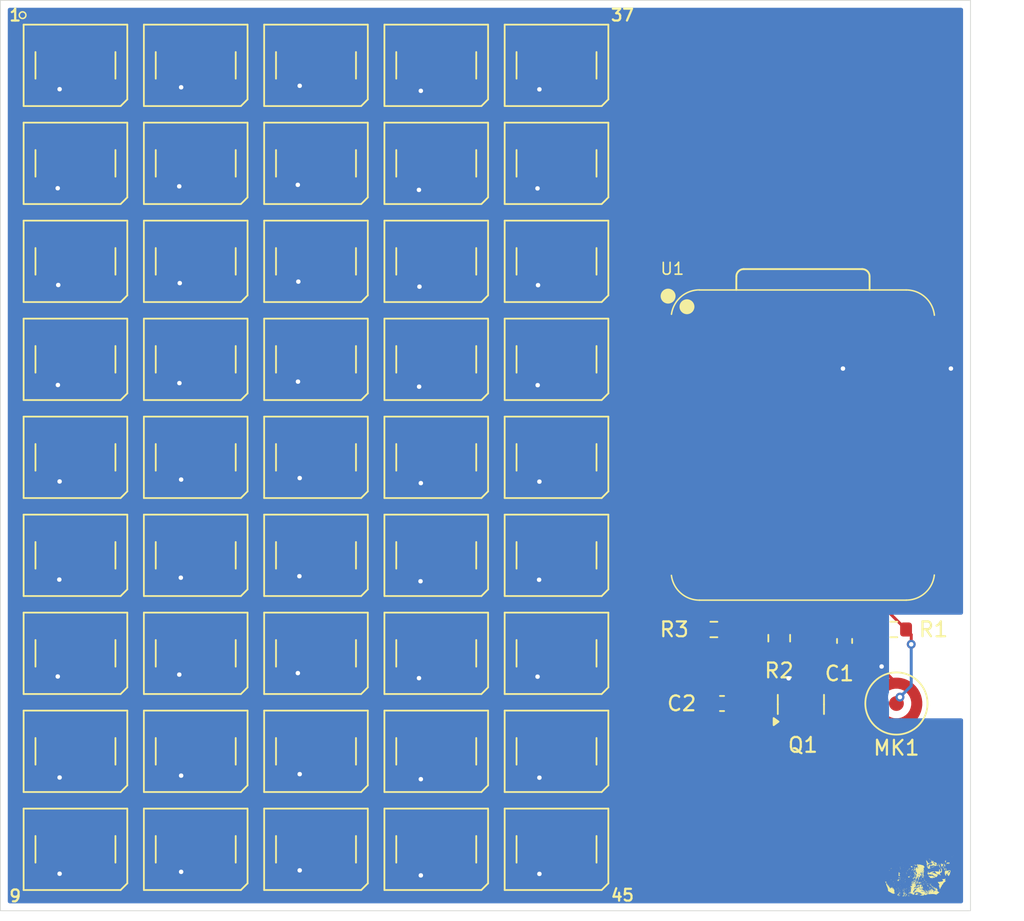
<source format=kicad_pcb>
(kicad_pcb (version 20241229) (generator "pcbnew") (generator_version "9.0")
  (layers (0 "F.Cu" signal) (2 "B.Cu" signal) (13 "F.Paste" user) (15 "B.Paste" user) (5 "F.SilkS" user "F.Silkscreen") (7 "B.SilkS" user "B.Silkscreen") (1 "F.Mask" user) (3 "B.Mask" user) (25 "Edge.Cuts" user))
  (net 0 "")
  (net 1 "Net-(D3-DOUT)")
  (net 2 "Net-(D1-DIN)")
  (net 3 "Net-(D1-DOUT)")
  (net 4 "GND")
  (net 5 "Net-(D2-DOUT)")
  (net 6 "Net-(MK1-+)")
  (net 7 "Net-(D4-DOUT)")
  (net 8 "Net-(D5-DOUT)")
  (net 9 "Net-(D6-DOUT)")
  (net 10 "Net-(D7-DOUT)")
  (net 11 "Net-(D8-DOUT)")
  (net 12 "+3V3")
  (net 21 "Net-(D16-DOUT)")
  (net 22 "Net-(D37-DOUT)")
  (net 23 "Net-(D10-DOUT)")
  (net 24 "Net-(D11-DOUT)")
  (net 25 "Net-(D12-DOUT)")
  (net 26 "Net-(D13-DOUT)")
  (net 27 "Net-(D14-DOUT)")
  (net 28 "Net-(D15-DOUT)")
  (net 29 "Net-(D17-DOUT)")
  (net 30 "Net-(D38-DOUT)")
  (net 31 "Net-(D19-DOUT)")
  (net 32 "Net-(D20-DOUT)")
  (net 33 "Net-(D21-DOUT)")
  (net 34 "Net-(D22-DOUT)")
  (net 35 "Net-(D23-DOUT)")
  (net 36 "Net-(D24-DOUT)")
  (net 37 "Net-(D39-DOUT)")
  (net 38 "Net-(D25-DOUT)")
  (net 39 "Net-(D26-DOUT)")
  (net 40 "Net-(Q1-B)")
  (net 41 "Net-(D28-DOUT)")
  (net 42 "MIC")
  (net 43 "Net-(D29-DOUT)")
  (net 44 "Net-(D30-DOUT)")
  (net 45 "Net-(D31-DOUT)")
  (net 46 "Net-(D32-DOUT)")
  (net 47 "Net-(D33-DOUT)")
  (net 48 "Net-(D34-DOUT)")
  (net 49 "Net-(D35-DOUT)")
  (net 50 "Net-(Q1-C)")
  (net 62 "Net-(D40-DOUT)")
  (net 63 "Net-(D41-DOUT)")
  (net 64 "Net-(D42-DOUT)")
  (net 65 "Net-(D43-DOUT)")
  (net 66 "Net-(D44-DOUT)")
  (footprint "Package_TO_SOT_SMD:SOT-23" (layer "F.Cu") (at 194.05 99.5625 90)
    (property "Reference" "Q1")
    (property "Value" "BC847")
  )
  (footprint "LED_SMD:LED_WS2812B_PLCC4_5.0x5.0mm_P3.2mm" (layer "F.Cu") (at 145.07 63.01)
    (property "Reference" "D2" (hide yes))
    (property "Value" "NeoPixel_THT")
  )
  (footprint "LED_SMD:LED_WS2812B_PLCC4_5.0x5.0mm_P3.2mm" (layer "F.Cu") (at 153.19 69.63)
    (property "Reference" "D12" (hide yes))
    (property "Value" "NeoPixel_THT")
  )
  (footprint "LED_SMD:LED_WS2812B_PLCC4_5.0x5.0mm_P3.2mm" (layer "F.Cu") (at 153.19 89.49)
    (property "Reference" "D15" (hide yes))
    (property "Value" "NeoPixel_THT")
  )
  (footprint "LED_SMD:LED_WS2812B_PLCC4_5.0x5.0mm_P3.2mm" (layer "F.Cu") (at 145.07 109.35)
    (property "Reference" "D9" (hide yes))
    (property "Value" "NeoPixel_THT")
  )
  (footprint "LED_SMD:LED_WS2812B_PLCC4_5.0x5.0mm_P3.2mm" (layer "F.Cu") (at 177.55 96.11)
    (property "Reference" "D43" (hide yes))
    (property "Value" "NeoPixel_THT")
  )
  (footprint "LED_SMD:LED_WS2812B_PLCC4_5.0x5.0mm_P3.2mm" (layer "F.Cu") (at 169.43 63.01)
    (property "Reference" "D29" (hide yes))
    (property "Value" "NeoPixel_THT")
  )
  (footprint "LED_SMD:LED_WS2812B_PLCC4_5.0x5.0mm_P3.2mm" (layer "F.Cu") (at 169.43 82.87)
    (property "Reference" "D32" (hide yes))
    (property "Value" "NeoPixel_THT")
  )
  (footprint "LED_SMD:LED_WS2812B_PLCC4_5.0x5.0mm_P3.2mm" (layer "F.Cu") (at 153.19 102.73)
    (property "Reference" "D17" (hide yes))
    (property "Value" "NeoPixel_THT")
  )
  (footprint "LED_SMD:LED_WS2812B_PLCC4_5.0x5.0mm_P3.2mm" (layer "F.Cu") (at 177.55 109.35)
    (property "Reference" "D45" (hide yes))
    (property "Value" "NeoPixel_THT")
  )
  (footprint "Resistor_SMD:R_0603_1608Metric" (layer "F.Cu") (at 188.175 94.5)
    (property "Reference" "R3")
    (property "Value" "10k")
  )
  (footprint "Sensor_Audio:CUI_CMC-4013-SMT" (layer "F.Cu") (at 200.5 99.5)
    (property "Reference" "MK1")
    (property "Value" "Microphone_Condenser")
  )
  (footprint "Resistor_SMD:R_0805_2012Metric" (layer "F.Cu") (at 192.5875 95.0875 -90)
    (property "Reference" "R2")
    (property "Value" "100k")
  )
  (footprint "LED_SMD:LED_WS2812B_PLCC4_5.0x5.0mm_P3.2mm" (layer "F.Cu") (at 177.55 82.87)
    (property "Reference" "D41" (hide yes))
    (property "Value" "NeoPixel_THT")
  )
  (footprint "LED_SMD:LED_WS2812B_PLCC4_5.0x5.0mm_P3.2mm" (layer "F.Cu") (at 169.43 76.25)
    (property "Reference" "D31" (hide yes))
    (property "Value" "NeoPixel_THT")
  )
  (footprint "LED_SMD:LED_WS2812B_PLCC4_5.0x5.0mm_P3.2mm" (layer "F.Cu") (at 145.07 89.49)
    (property "Reference" "D6" (hide yes))
    (property "Value" "NeoPixel_THT")
  )
  (footprint "LED_SMD:LED_WS2812B_PLCC4_5.0x5.0mm_P3.2mm" (layer "F.Cu") (at 161.31 96.11)
    (property "Reference" "D25" (hide yes))
    (property "Value" "NeoPixel_THT")
  )
  (footprint "LED_SMD:LED_WS2812B_PLCC4_5.0x5.0mm_P3.2mm" (layer "F.Cu") (at 177.55 69.63)
    (property "Reference" "D39" (hide yes))
    (property "Value" "NeoPixel_THT")
  )
  (footprint "Capacitor_SMD:C_0603_1608Metric" (layer "F.Cu") (at 188.725 99.5)
    (property "Reference" "C2")
    (property "Value" "100nF")
  )
  (footprint "LED_SMD:LED_WS2812B_PLCC4_5.0x5.0mm_P3.2mm" (layer "F.Cu") (at 145.07 69.63)
    (property "Reference" "D3" (hide yes))
    (property "Value" "NeoPixel_THT")
  )
  (footprint "LED_SMD:LED_WS2812B_PLCC4_5.0x5.0mm_P3.2mm" (layer "F.Cu") (at 177.55 56.39)
    (property "Reference" "D37" (hide yes))
    (property "Value" "NeoPixel_THT")
  )
  (footprint "LED_SMD:LED_WS2812B_PLCC4_5.0x5.0mm_P3.2mm" (layer "F.Cu") (at 145.07 76.25)
    (property "Reference" "D4" (hide yes))
    (property "Value" "NeoPixel_THT")
  )
  (footprint "LED_SMD:LED_WS2812B_PLCC4_5.0x5.0mm_P3.2mm" (layer "F.Cu") (at 161.31 82.87)
    (property "Reference" "D23" (hide yes))
    (property "Value" "NeoPixel_THT")
  )
  (footprint "XIAO_PCB:XIAO-RP2040-SMD" (layer "F.Cu") (at 194.129 82.1005)
    (property "Reference" "U1")
    (property "Value" "XIAO-RP2040-SMD")
  )
  (footprint "LED_SMD:LED_WS2812B_PLCC4_5.0x5.0mm_P3.2mm" (layer "F.Cu") (at 153.19 56.39)
    (property "Reference" "D10" (hide yes))
    (property "Value" "NeoPixel_THT")
  )
  (footprint "LED_SMD:LED_WS2812B_PLCC4_5.0x5.0mm_P3.2mm" (layer "F.Cu") (at 153.19 63.01)
    (property "Reference" "D11" (hide yes))
    (property "Value" "NeoPixel_THT")
  )
  (footprint "LED_SMD:LED_WS2812B_PLCC4_5.0x5.0mm_P3.2mm" (layer "F.Cu") (at 161.31 102.73)
    (property "Reference" "D26" (hide yes))
    (property "Value" "NeoPixel_THT")
  )
  (footprint "LED_SMD:LED_WS2812B_PLCC4_5.0x5.0mm_P3.2mm" (layer "F.Cu") (at 169.43 96.11)
    (property "Reference" "D34" (hide yes))
    (property "Value" "NeoPixel_THT")
  )
  (footprint "LED_SMD:LED_WS2812B_PLCC4_5.0x5.0mm_P3.2mm" (layer "F.Cu") (at 145.07 96.11)
    (property "Reference" "D7" (hide yes))
    (property "Value" "NeoPixel_THT")
  )
  (footprint "Adafruit_MicroSD_Socket:timmy2" (layer "F.Cu") (at 202 111)
    (property "Reference" "Intimidator" (hide yes))
    (property "Value" "LOGO" (hide yes))
  )
  (footprint "LED_SMD:LED_WS2812B_PLCC4_5.0x5.0mm_P3.2mm" (layer "F.Cu") (at 153.19 96.11)
    (property "Reference" "D16" (hide yes))
    (property "Value" "NeoPixel_THT")
  )
  (footprint "LED_SMD:LED_WS2812B_PLCC4_5.0x5.0mm_P3.2mm" (layer "F.Cu") (at 161.31 89.49)
    (property "Reference" "D24" (hide yes))
    (property "Value" "NeoPixel_THT")
  )
  (footprint "LED_SMD:LED_WS2812B_PLCC4_5.0x5.0mm_P3.2mm" (layer "F.Cu") (at 145.07 82.87)
    (property "Reference" "D5" (hide yes))
    (property "Value" "NeoPixel_THT")
  )
  (footprint "LED_SMD:LED_WS2812B_PLCC4_5.0x5.0mm_P3.2mm" (layer "F.Cu") (at 161.31 109.35)
    (property "Reference" "D27" (hide yes))
    (property "Value" "NeoPixel_THT")
  )
  (footprint "LED_SMD:LED_WS2812B_PLCC4_5.0x5.0mm_P3.2mm" (layer "F.Cu") (at 169.43 89.49)
    (property "Reference" "D33" (hide yes))
    (property "Value" "NeoPixel_THT")
  )
  (footprint "LED_SMD:LED_WS2812B_PLCC4_5.0x5.0mm_P3.2mm" (layer "F.Cu") (at 177.55 76.25)
    (property "Reference" "D40" (hide yes))
    (property "Value" "NeoPixel_THT")
  )
  (footprint "LED_SMD:LED_WS2812B_PLCC4_5.0x5.0mm_P3.2mm" (layer "F.Cu") (at 177.55 63.01)
    (property "Reference" "D38" (hide yes))
    (property "Value" "NeoPixel_THT")
  )
  (footprint "LED_SMD:LED_WS2812B_PLCC4_5.0x5.0mm_P3.2mm" (layer "F.Cu") (at 153.19 82.87)
    (property "Reference" "D14" (hide yes))
    (property "Value" "NeoPixel_THT")
  )
  (footprint "Capacitor_SMD:C_0603_1608Metric" (layer "F.Cu") (at 197 95.275 90)
    (property "Reference" "C1")
    (property "Value" "100nF")
  )
  (footprint "LED_SMD:LED_WS2812B_PLCC4_5.0x5.0mm_P3.2mm" (layer "F.Cu") (at 145.07 56.39)
    (property "Reference" "D1" (hide yes))
    (property "Value" "NeoPixel_THT")
  )
  (footprint "LED_SMD:LED_WS2812B_PLCC4_5.0x5.0mm_P3.2mm" (layer "F.Cu") (at 177.55 102.73)
    (property "Reference" "D44" (hide yes))
    (property "Value" "NeoPixel_THT")
  )
  (footprint "LED_SMD:LED_WS2812B_PLCC4_5.0x5.0mm_P3.2mm" (layer "F.Cu") (at 177.55 89.49)
    (property "Reference" "D42" (hide yes))
    (property "Value" "NeoPixel_THT")
  )
  (footprint "LED_SMD:LED_WS2812B_PLCC4_5.0x5.0mm_P3.2mm" (layer "F.Cu") (at 153.19 109.35)
    (property "Reference" "D18" (hide yes))
    (property "Value" "NeoPixel_THT")
  )
  (footprint "LED_SMD:LED_WS2812B_PLCC4_5.0x5.0mm_P3.2mm" (layer "F.Cu") (at 169.43 56.39)
    (property "Reference" "D28" (hide yes))
    (property "Value" "NeoPixel_THT")
  )
  (footprint "LED_SMD:LED_WS2812B_PLCC4_5.0x5.0mm_P3.2mm" (layer "F.Cu") (at 169.43 102.73)
    (property "Reference" "D35" (hide yes))
    (property "Value" "NeoPixel_THT")
  )
  (footprint "LED_SMD:LED_WS2812B_PLCC4_5.0x5.0mm_P3.2mm" (layer "F.Cu") (at 161.31 69.63)
    (property "Reference" "D21" (hide yes))
    (property "Value" "NeoPixel_THT")
  )
  (footprint "LED_SMD:LED_WS2812B_PLCC4_5.0x5.0mm_P3.2mm" (layer "F.Cu") (at 153.19 76.25)
    (property "Reference" "D13" (hide yes))
    (property "Value" "NeoPixel_THT")
  )
  (footprint "Resistor_SMD:R_0603_1608Metric" (layer "F.Cu") (at 200.325 94.5 180)
    (property "Reference" "R1")
    (property "Value" "10k")
  )
  (footprint "LED_SMD:LED_WS2812B_PLCC4_5.0x5.0mm_P3.2mm" (layer "F.Cu") (at 161.31 63.01)
    (property "Reference" "D20" (hide yes))
    (property "Value" "NeoPixel_THT")
  )
  (footprint "LED_SMD:LED_WS2812B_PLCC4_5.0x5.0mm_P3.2mm" (layer "F.Cu") (at 169.43 69.63)
    (property "Reference" "D30" (hide yes))
    (property "Value" "NeoPixel_THT")
  )
  (footprint "LED_SMD:LED_WS2812B_PLCC4_5.0x5.0mm_P3.2mm" (layer "F.Cu") (at 169.43 109.35)
    (property "Reference" "D36" (hide yes))
    (property "Value" "NeoPixel_THT")
  )
  (footprint "LED_SMD:LED_WS2812B_PLCC4_5.0x5.0mm_P3.2mm" (layer "F.Cu") (at 161.31 56.39)
    (property "Reference" "D19" (hide yes))
    (property "Value" "NeoPixel_THT")
  )
  (footprint "LED_SMD:LED_WS2812B_PLCC4_5.0x5.0mm_P3.2mm" (layer "F.Cu") (at 161.31 76.25)
    (property "Reference" "D22" (hide yes))
    (property "Value" "NeoPixel_THT")
  )
  (footprint "LED_SMD:LED_WS2812B_PLCC4_5.0x5.0mm_P3.2mm" (layer "F.Cu") (at 145.07 102.73)
    (property "Reference" "D8" (hide yes))
    (property "Value" "NeoPixel_THT")
  )
  (gr_circle (center 141.5 53) (end 141.625002 53.187365) (stroke (width 0.1)) (fill no) (layer "F.SilkS"))
  (gr_rect (start 140 52) (end 205.5 113.5) (stroke (width 0.05)) (fill no) (layer "Edge.Cuts"))
  (segment (start 142.62 67.98) (end 147.52 72.88) (width 0.2) (layer "F.Cu") (net 1))
  (segment (start 147.52 72.88) (end 147.52 74.6) (width 0.2) (layer "F.Cu") (net 1))
  (segment (start 147.52 53.52) (end 147.52 54.74) (width 0.2) (layer "F.Cu") (net 2))
  (segment (start 163.76 53.74) (end 164 53.5) (width 0.2) (layer "F.Cu") (net 2))
  (segment (start 186.129 60.869) (end 186.129 74.4805) (width 0.2) (layer "F.Cu") (net 2))
  (segment (start 147.5 53.5) (end 147.52 53.52) (width 0.2) (layer "F.Cu") (net 2))
  (segment (start 171.88 53.62) (end 171.88 54.74) (width 0.2) (layer "F.Cu") (net 2))
  (segment (start 172 53.5) (end 164 53.5) (width 0.2) (layer "F.Cu") (net 2))
  (segment (start 180 54.74) (end 186.129 60.869) (width 0.2) (layer "F.Cu") (net 2))
  (segment (start 155.64 53.86) (end 156 53.5) (width 0.2) (layer "F.Cu") (net 2))
  (segment (start 178.76 53.5) (end 172 53.5) (width 0.2) (layer "F.Cu") (net 2))
  (segment (start 180 54.74) (end 178.76 53.5) (width 0.2) (layer "F.Cu") (net 2))
  (segment (start 164 53.5) (end 156 53.5) (width 0.2) (layer "F.Cu") (net 2))
  (segment (start 156 53.5) (end 147.5 53.5) (width 0.2) (layer "F.Cu") (net 2))
  (segment (start 155.64 54.74) (end 155.64 53.86) (width 0.2) (layer "F.Cu") (net 2))
  (segment (start 163.76 54.74) (end 163.76 53.74) (width 0.2) (layer "F.Cu") (net 2))
  (segment (start 172 53.5) (end 171.88 53.62) (width 0.2) (layer "F.Cu") (net 2))
  (segment (start 142.6 54.6) (end 142.6 54.884327) (width 0.2) (layer "F.Cu") (net 3))
  (segment (start 147.5 59.784327) (end 147.5 61.22) (width 0.2) (layer "F.Cu") (net 3))
  (segment (start 142.6 54.884327) (end 147.5 59.784327) (width 0.2) (layer "F.Cu") (net 3))
  (segment (start 176.374015 91.141151) (end 175.194115 91.141151) (width 0.2) (layer "F.Cu") (net 4))
  (segment (start 167.09317 78.096272) (end 167.00907 78.012172) (width 0.2) (layer "F.Cu") (net 4))
  (segment (start 143.8753 97.6758) (end 142.7042 97.6758) (width 0.2) (layer "F.Cu") (net 4))
  (segment (start 202.4408 76.8737) (end 202.294 77.0205) (width 0.2) (layer "F.Cu") (net 4))
  (segment (start 168.368328 91.241641) (end 167.188428 91.241641) (width 0.2) (layer "F.Cu") (net 4))
  (segment (start 152.204813 57.87219) (end 151.024913 57.87219) (width 0.2) (layer "F.Cu") (net 4))
  (segment (start 144 104.5) (end 142.8201 104.5) (width 0.2) (layer "F.Cu") (net 4))
  (segment (start 175.098857 77.995782) (end 175.014757 77.911682) (width 0.2) (layer "F.Cu") (net 4))
  (segment (start 168.261254 64.802856) (end 167.081354 64.802856) (width 0.2) (layer "F.Cu") (net 4))
  (segment (start 142.6717 71.2283) (end 142.62 71.28) (width 0.2) (layer "F.Cu") (net 4))
  (segment (start 152.204813 84.37219) (end 151.024913 84.37219) (width 0.2) (layer "F.Cu") (net 4))
  (segment (start 168.38907 58.112172) (end 167.20917 58.112172) (width 0.2) (layer "F.Cu") (net 4))
  (segment (start 160.1178 71) (end 158.8822 71) (width 0.2) (layer "F.Cu") (net 4))
  (segment (start 176.302057 71.239982) (end 175.066457 71.239982) (width 0.2) (layer "F.Cu") (net 4))
  (segment (start 160.082684 64.462384) (end 158.902784 64.462384) (width 0.2) (layer "F.Cu") (net 4))
  (segment (start 142.7042 97.6758) (end 142.62 97.76) (width 0.2) (layer "F.Cu") (net 4))
  (segment (start 152.088813 77.85629) (end 150.908913 77.85629) (width 0.2) (layer "F.Cu") (net 4))
  (segment (start 144 84.5) (end 142.8201 84.5) (width 0.2) (layer "F.Cu") (net 4))
  (segment (start 160.2105 84.2717) (end 159.0306 84.2717) (width 0.2) (layer "F.Cu") (net 4))
  (segment (start 150.876513 71.10049) (end 150.824813 71.15219) (width 0.2) (layer "F.Cu") (net 4))
  (segment (start 143.884 77.9841) (end 142.7041 77.9841) (width 0.2) (layer "F.Cu") (net 4))
  (segment (start 144 58) (end 142.8201 58) (width 0.2) (layer "F.Cu") (net 4))
  (segment (start 176.270057 97.687482) (end 175.098957 97.687482) (width 0.2) (layer "F.Cu") (net 4))
  (segment (start 176.278757 77.995782) (end 175.098857 77.995782) (width 0.2) (layer "F.Cu") (net 4))
  (segment (start 176.394757 104.511682) (end 175.214857 104.511682) (width 0.2) (layer "F.Cu") (net 4))
  (segment (start 160.2105 110.7717) (end 159.0306 110.7717) (width 0.2) (layer "F.Cu") (net 4))
  (segment (start 168.38907 104.612172) (end 167.20917 104.612172) (width 0.2) (layer "F.Cu") (net 4))
  (segment (start 152.204813 104.37219) (end 151.024913 104.37219) (width 0.2) (layer "F.Cu") (net 4))
  (segment (start 176.394757 84.511682) (end 175.214857 84.511682) (width 0.2) (layer "F.Cu") (net 4))
  (segment (start 142.7041 77.9841) (end 142.62 77.9) (width 0.2) (layer "F.Cu") (net 4))
  (segment (start 193.2221 97.7971) (end 194.05 98.625) (width 0.2) (layer "F.Cu") (net 4))
  (segment (start 168.38907 111.112172) (end 167.20917 111.112172) (width 0.2) (layer "F.Cu") (net 4))
  (segment (start 160.2105 104.2717) (end 159.0306 104.2717) (width 0.2) (layer "F.Cu") (net 4))
  (segment (start 176.394757 58.011682) (end 175.214857 58.011682) (width 0.2) (layer "F.Cu") (net 4))
  (segment (start 160.0945 77.7558) (end 158.9146 77.7558) (width 0.2) (layer "F.Cu") (net 4))
  (segment (start 152.184071 91.001659) (end 151.004171 91.001659) (width 0.2) (layer "F.Cu") (net 4))
  (segment (start 168.38907 84.612172) (end 167.20917 84.612172) (width 0.2) (layer "F.Cu") (net 4))
  (segment (start 144 111) (end 142.8201 111) (width 0.2) (layer "F.Cu") (net 4))
  (segment (start 168.29637 71.340472) (end 167.06077 71.340472) (width 0.2) (layer "F.Cu") (net 4))
  (segment (start 176.266941 64.702366) (end 175.087041 64.702366) (width 0.2) (layer "F.Cu") (net 4))
  (segment (start 150.908913 77.85629) (end 150.824813 77.77219) (width 0.2) (layer "F.Cu") (net 4))
  (segment (start 199.5 97.125) (end 200.5 98.125) (width 0.2) (layer "F.Cu") (net 4))
  (segment (start 168.26437 97.787972) (end 167.09327 97.787972) (width 0.2) (layer "F.Cu") (net 4))
  (segment (start 152.112113 71.10049) (end 150.876513 71.10049) (width 0.2) (layer "F.Cu") (net 4))
  (segment (start 204.1793 76.8737) (end 202.4408 76.8737) (width 0.2) (layer "F.Cu") (net 4))
  (segment (start 152.204813 110.87219) (end 151.024913 110.87219) (width 0.2) (layer "F.Cu") (net 4))
  (segment (start 168.27307 78.096272) (end 167.09317 78.096272) (width 0.2) (layer "F.Cu") (net 4))
  (segment (start 196.8903 76.8737) (end 196.1922 76.8737) (width 0.2) (layer "F.Cu") (net 4))
  (segment (start 152.080113 97.54799) (end 150.909013 97.54799) (width 0.2) (layer "F.Cu") (net 4))
  (segment (start 143.979258 91.129469) (end 142.799358 91.129469) (width 0.2) (layer "F.Cu") (net 4))
  (segment (start 152.076997 64.562874) (end 150.897097 64.562874) (width 0.2) (layer "F.Cu") (net 4))
  (segment (start 175.098957 97.687482) (end 175.014757 97.771682) (width 0.2) (layer "F.Cu") (net 4))
  (segment (start 150.909013 97.54799) (end 150.824813 97.63219) (width 0.2) (layer "F.Cu") (net 4))
  (segment (start 158.9147 97.4475) (end 158.8305 97.5317) (width 0.2) (layer "F.Cu") (net 4))
  (segment (start 160.0858 97.4475) (end 158.9147 97.4475) (width 0.2) (layer "F.Cu") (net 4))
  (segment (start 143.9073 71.2283) (end 142.6717 71.2283) (width 0.2) (layer "F.Cu") (net 4))
  (segment (start 160.189758 90.901169) (end 159.009858 90.901169) (width 0.2) (layer "F.Cu") (net 4))
  (segment (start 175.066457 71.239982) (end 175.014757 71.291682) (width 0.2) (layer "F.Cu") (net 4))
  (segment (start 143.872184 64.690684) (end 142.692284 64.690684) (width 0.2) (layer "F.Cu") (net 4))
  (segment (start 160.2105 57.7717) (end 159.0306 57.7717) (width 0.2) (layer "F.Cu") (net 4))
  (segment (start 167.06077 71.340472) (end 167.00907 71.392172) (width 0.2) (layer "F.Cu") (net 4))
  (segment (start 196.1922 76.8737) (end 195.581 76.2625) (width 0.2) (layer "F.Cu") (net 4))
  (segment (start 176.394757 111.011682) (end 175.214857 111.011682) (width 0.2) (layer "F.Cu") (net 4))
  (segment (start 199.5 97) (end 199.5 97.125) (width 0.2) (layer "F.Cu") (net 4))
  (segment (start 167.09327 97.787972) (end 167.00907 97.872172) (width 0.2) (layer "F.Cu") (net 4))
  (segment (start 158.9146 77.7558) (end 158.8305 77.6717) (width 0.2) (layer "F.Cu") (net 4))
  (segment (start 158.8822 71) (end 158.8305 71.0517) (width 0.2) (layer "F.Cu") (net 4))
  (via (at 176.394757 84.511682) (size 0.6) (drill 0.3) (layers "F.Cu" "B.Cu") (net 4))
  (via (at 143.8753 97.6758) (size 0.6) (drill 0.3) (layers "F.Cu" "B.Cu") (net 4))
  (via (at 152.204813 57.87219) (size 0.6) (drill 0.3) (layers "F.Cu" "B.Cu") (net 4))
  (via (at 152.076997 64.562874) (size 0.6) (drill 0.3) (layers "F.Cu" "B.Cu") (net 4))
  (via (at 176.394757 111.011682) (size 0.6) (drill 0.3) (layers "F.Cu" "B.Cu") (net 4))
  (via (at 160.2105 104.2717) (size 0.6) (drill 0.3) (layers "F.Cu" "B.Cu") (net 4))
  (via (at 152.080113 97.54799) (size 0.6) (drill 0.3) (layers "F.Cu" "B.Cu") (net 4))
  (via (at 152.088813 77.85629) (size 0.6) (drill 0.3) (layers "F.Cu" "B.Cu") (net 4))
  (via (at 168.38907 111.112172) (size 0.6) (drill 0.3) (layers "F.Cu" "B.Cu") (net 4))
  (via (at 176.278757 77.995782) (size 0.6) (drill 0.3) (layers "F.Cu" "B.Cu") (net 4))
  (via (at 168.261254 64.802856) (size 0.6) (drill 0.3) (layers "F.Cu" "B.Cu") (net 4))
  (via (at 160.1178 71) (size 0.6) (drill 0.3) (layers "F.Cu" "B.Cu") (net 4))
  (via (at 176.394757 104.511682) (size 0.6) (drill 0.3) (layers "F.Cu" "B.Cu") (net 4))
  (via (at 144 104.5) (size 0.6) (drill 0.3) (layers "F.Cu" "B.Cu") (net 4))
  (via (at 143.979258 91.129469) (size 0.6) (drill 0.3) (layers "F.Cu" "B.Cu") (net 4))
  (via (at 204.1793 76.8737) (size 0.6) (drill 0.3) (layers "F.Cu" "B.Cu") (net 4))
  (via (at 152.204813 104.37219) (size 0.6) (drill 0.3) (layers "F.Cu" "B.Cu") (net 4))
  (via (at 168.38907 84.612172) (size 0.6) (drill 0.3) (layers "F.Cu" "B.Cu") (net 4))
  (via (at 168.26437 97.787972) (size 0.6) (drill 0.3) (layers "F.Cu" "B.Cu") (net 4))
  (via (at 168.368328 91.241641) (size 0.6) (drill 0.3) (layers "F.Cu" "B.Cu") (net 4))
  (via (at 160.2105 110.7717) (size 0.6) (drill 0.3) (layers "F.Cu" "B.Cu") (net 4))
  (via (at 152.204813 84.37219) (size 0.6) (drill 0.3) (layers "F.Cu" "B.Cu") (net 4))
  (via (at 160.0945 77.7558) (size 0.6) (drill 0.3) (layers "F.Cu" "B.Cu") (net 4))
  (via (at 152.204813 110.87219) (size 0.6) (drill 0.3) (layers "F.Cu" "B.Cu") (net 4))
  (via (at 152.184071 91.001659) (size 0.6) (drill 0.3) (layers "F.Cu" "B.Cu") (net 4))
  (via (at 196.8903 76.8737) (size 0.6) (drill 0.3) (layers "F.Cu" "B.Cu") (net 4))
  (via (at 176.270057 97.687482) (size 0.6) (drill 0.3) (layers "F.Cu" "B.Cu") (net 4))
  (via (at 152.112113 71.10049) (size 0.6) (drill 0.3) (layers "F.Cu" "B.Cu") (net 4))
  (via (at 144 84.5) (size 0.6) (drill 0.3) (layers "F.Cu" "B.Cu") (net 4))
  (via (at 160.082684 64.462384) (size 0.6) (drill 0.3) (layers "F.Cu" "B.Cu") (net 4))
  (via (at 199.5 97) (size 0.6) (drill 0.3) (layers "F.Cu" "B.Cu") (net 4))
  (via (at 144 58) (size 0.6) (drill 0.3) (layers "F.Cu" "B.Cu") (net 4))
  (via (at 193.2221 97.7971) (size 0.6) (drill 0.3) (layers "F.Cu" "B.Cu") (net 4))
  (via (at 168.27307 78.096272) (size 0.6) (drill 0.3) (layers "F.Cu" "B.Cu") (net 4))
  (via (at 143.884 77.9841) (size 0.6) (drill 0.3) (layers "F.Cu" "B.Cu") (net 4))
  (via (at 176.302057 71.239982) (size 0.6) (drill 0.3) (layers "F.Cu" "B.Cu") (net 4))
  (via (at 144 111) (size 0.6) (drill 0.3) (layers "F.Cu" "B.Cu") (net 4))
  (via (at 176.374015 91.141151) (size 0.6) (drill 0.3) (layers "F.Cu" "B.Cu") (net 4))
  (via (at 168.38907 58.112172) (size 0.6) (drill 0.3) (layers "F.Cu" "B.Cu") (net 4))
  (via (at 168.38907 104.612172) (size 0.6) (drill 0.3) (layers "F.Cu" "B.Cu") (net 4))
  (via (at 160.189758 90.901169) (size 0.6) (drill 0.3) (layers "F.Cu" "B.Cu") (net 4))
  (via (at 176.394757 58.011682) (size 0.6) (drill 0.3) (layers "F.Cu" "B.Cu") (net 4))
  (via (at 176.266941 64.702366) (size 0.6) (drill 0.3) (layers "F.Cu" "B.Cu") (net 4))
  (via (at 168.29637 71.340472) (size 0.6) (drill 0.3) (layers "F.Cu" "B.Cu") (net 4))
  (via (at 160.2105 84.2717) (size 0.6) (drill 0.3) (layers "F.Cu" "B.Cu") (net 4))
  (via (at 143.872184 64.690684) (size 0.6) (drill 0.3) (layers "F.Cu" "B.Cu") (net 4))
  (via (at 143.9073 71.2283) (size 0.6) (drill 0.3) (layers "F.Cu" "B.Cu") (net 4))
  (via (at 160.0858 97.4475) (size 0.6) (drill 0.3) (layers "F.Cu" "B.Cu") (net 4))
  (via (at 160.2105 57.7717) (size 0.6) (drill 0.3) (layers "F.Cu" "B.Cu") (net 4))
  (segment (start 142.6 61.6) (end 147.5 66.5) (width 0.2) (layer "F.Cu") (net 5))
  (segment (start 147.5 66.5) (end 147.5 68.22) (width 0.2) (layer "F.Cu") (net 5))
  (segment (start 199.5 94.5) (end 197 94.5) (width 0.2) (layer "F.Cu") (net 6))
  (segment (start 142.62 74.6) (end 147.52 79.5) (width 0.2) (layer "F.Cu") (net 7))
  (segment (start 147.52 79.5) (end 147.52 81.22) (width 0.2) (layer "F.Cu") (net 7))
  (segment (start 147.52 87.84) (end 147.52 86.12) (width 0.2) (layer "F.Cu") (net 8))
  (segment (start 147.52 86.12) (end 142.62 81.22) (width 0.2) (layer "F.Cu") (net 8))
  (segment (start 147.52 92.74) (end 142.62 87.84) (width 0.2) (layer "F.Cu") (net 9))
  (segment (start 147.52 94.46) (end 147.52 92.74) (width 0.2) (layer "F.Cu") (net 9))
  (segment (start 147.52 99.362) (end 147.52 101.08) (width 0.2) (layer "F.Cu") (net 10))
  (segment (start 147.1183 98.9603) (end 147.52 99.362) (width 0.2) (layer "F.Cu") (net 10))
  (segment (start 142.62 94.46) (end 147.1183 98.9583) (width 0.2) (layer "F.Cu") (net 10))
  (segment (start 147.1183 98.9583) (end 147.1183 98.9603) (width 0.2) (layer "F.Cu") (net 10))
  (segment (start 147.52 107.7) (end 147.52 105.98) (width 0.2) (layer "F.Cu") (net 11))
  (segment (start 147.52 105.98) (end 142.62 101.08) (width 0.2) (layer "F.Cu") (net 11))
  (segment (start 165 98.5886) (end 163.8642 97.4528) (width 0.2) (layer "F.Cu") (net 12))
  (segment (start 179.894757 78.011682) (end 181.260625 79.37755) (width 0.2) (layer "F.Cu") (net 12))
  (segment (start 164.8463 73.8189) (end 164.8463 72.4075) (width 0.2) (layer "F.Cu") (net 12))
  (segment (start 164.8663 85.4275) (end 163.7305 84.2917) (width 0.2) (layer "F.Cu") (net 12))
  (segment (start 147.5 111.02) (end 147.52 111) (width 0.2) (layer "F.Cu") (net 12))
  (segment (start 181.29533 105.912255) (end 181.29533 109.731109) (width 0.2) (layer "F.Cu") (net 12))
  (segment (start 173.02487 59.247972) (end 171.88907 58.112172) (width 0.2) (layer "F.Cu") (net 12))
  (segment (start 173.02487 72.747972) (end 171.88907 71.612172) (width 0.2) (layer "F.Cu") (net 12))
  (segment (start 147.5 97.62) (end 148.6358 96.4842) (width 0.2) (layer "F.Cu") (net 12))
  (segment (start 156.840613 76.85639) (end 156.840613 73.91939) (width 0.2) (layer "F.Cu") (net 12))
  (segment (start 199.9992 81.8553) (end 199.9992 93.3492) (width 0.2) (layer "F.Cu") (net 12))
  (segment (start 201.5 95.5) (end 201.5 94.85) (width 0.2) (layer "F.Cu") (net 12))
  (segment (start 157 98.5886) (end 155.8642 97.4528) (width 0.2) (layer "F.Cu") (net 12))
  (segment (start 148.6558 85.6558) (end 147.52 84.52) (width 0.2) (layer "F.Cu") (net 12))
  (segment (start 171.90907 91.252172) (end 173.04487 90.116372) (width 0.2) (layer "F.Cu") (net 12))
  (segment (start 156.840613 109.85639) (end 156.840613 106.91939) (width 0.2) (layer "F.Cu") (net 12))
  (segment (start 173 102.9685) (end 173 100.0315) (width 0.2) (layer "F.Cu") (net 12))
  (segment (start 173.02487 77.096372) (end 173.02487 74.159372) (width 0.2) (layer "F.Cu") (net 12))
  (segment (start 156.840613 105.50799) (end 155.704813 104.37219) (width 0.2) (layer "F.Cu") (net 12))
  (segment (start 163.7105 110.8917) (end 164.8463 109.7559) (width 0.2) (layer "F.Cu") (net 12))
  (segment (start 163.7105 70.8917) (end 164.8463 69.7559) (width 0.2) (layer "F.Cu") (net 12))
  (segment (start 180 112) (end 172 112) (width 0.2) (layer "F.Cu") (net 12))
  (segment (start 163.7105 77.8917) (end 164.8463 76.7559) (width 0.2) (layer "F.Cu") (net 12))
  (segment (start 148.6358 65.6358) (end 147.5 64.5) (width 0.2) (layer "F.Cu") (net 12))
  (segment (start 163.8642 104.0728) (end 165 102.937) (width 0.2) (layer "F.Cu") (net 12))
  (segment (start 173.02487 83.596372) (end 173.02487 80.659372) (width 0.2) (layer "F.Cu") (net 12))
  (segment (start 148.6358 74.0472) (end 148.6358 72.6358) (width 0.2) (layer "F.Cu") (net 12))
  (segment (start 156.840613 73.91939) (end 156.840613 72.50799) (width 0.2) (layer "F.Cu") (net 12))
  (segment (start 164 112) (end 164 111.24) (width 0.2) (layer "F.Cu") (net 12))
  (segment (start 173.02487 65.747972) (end 171.88907 64.612172) (width 0.2) (layer "F.Cu") (net 12))
  (segment (start 148.6358 60.5472) (end 148.6358 59.1358) (width 0.2) (layer "F.Cu") (net 12))
  (segment (start 147.5 64.62) (end 148.6358 63.4842) (width 0.2) (layer "F.Cu") (net 12))
  (segment (start 164.8463 106.8189) (end 164.8463 105.4075) (width 0.2) (layer "F.Cu") (net 12))
  (segment (start 148.834965 98.923565) (end 147.3642 97.4528) (width 0.2) (layer "F.Cu") (net 12))
  (segment (start 181.5 112) (end 180 112) (width 0.2) (layer "F.Cu") (net 12))
  (segment (start 164.8463 66.8189) (end 164.8463 65.4075) (width 0.2) (layer "F.Cu") (net 12))
  (segment (start 171.88907 84.732172) (end 173.02487 83.596372) (width 0.2) (layer "F.Cu") (net 12))
  (segment (start 156 112) (end 156 111.36) (width 0.2) (layer "F.Cu") (net 12))
  (segment (start 171.88907 64.732172) (end 173.02487 63.596372) (width 0.2) (layer "F.Cu") (net 12))
  (segment (start 155.704813 64.49219) (end 156.840613 63.35639) (width 0.2) (layer "F.Cu") (net 12))
  (segment (start 156.840613 106.91939) (end 156.840613 105.50799) (width 0.2) (layer "F.Cu") (net 12))
  (segment (start 148.834965 102.602035) (end 148.834965 98.923565) (width 0.2) (layer "F.Cu") (net 12))
  (segment (start 155.724813 91.01219) (end 156.860613 89.87639) (width 0.2) (layer "F.Cu") (net 12))
  (segment (start 181.5 63.026439) (end 181.5 59.616925) (width 0.2) (layer "F.Cu") (net 12))
  (segment (start 173 100.0315) (end 173 98.6201) (width 0.2) (layer "F.Cu") (net 12))
  (segment (start 173.02487 70.096372) (end 173.02487 67.159372) (width 0.2) (layer "F.Cu") (net 12))
  (segment (start 181.28178 101) (end 181.28178 102.68672) (width 0.2) (layer "F.Cu") (net 12))
  (segment (start 163.7305 90.9117) (end 164.8663 89.7759) (width 0.2) (layer "F.Cu") (net 12))
  (segment (start 164.8463 80.3189) (end 164.8463 78.9075) (width 0.2) (layer "F.Cu") (net 12))
  (segment (start 172 112) (end 164 112) (width 0.2) (layer "F.Cu") (net 12))
  (segment (start 164.8463 72.4075) (end 163.7105 71.2717) (width 0.2) (layer "F.Cu") (net 12))
  (segment (start 171.8642 104.1043) (end 173 102.9685) (width 0.2) (layer "F.Cu") (net 12))
  (segment (start 188.725 104.775) (end 181.5 112) (width 0.2) (layer "F.Cu") (net 12))
  (segment (start 181.050557 87.078882) (end 181.050557 85.667482) (width 0.2) (layer "F.Cu") (net 12))
  (segment (start 164.8663 86.8389) (end 164.8663 85.4275) (width 0.2) (layer "F.Cu") (net 12))
  (segment (start 164.8463 78.9075) (end 163.7105 77.7717) (width 0.2) (layer "F.Cu") (net 12))
  (segment (start 181.050557 85.667482) (end 179.914757 84.531682) (width 0.2) (layer "F.Cu") (net 12))
  (segment (start 173.02487 105.747972) (end 171.88907 104.612172) (width 0.2) (layer "F.Cu") (net 12))
  (segment (start 179.894757 71.511682) (end 181.361115 72.97804) (width 0.2) (layer "F.Cu") (net 12))
  (segment (start 156.840613 79.00799) (end 155.704813 77.87219) (width 0.2) (layer "F.Cu") (net 12))
  (segment (start 155.704813 110.99219) (end 156.840613 109.85639) (width 0.2) (layer "F.Cu") (net 12))
  (segment (start 164.8463 65.4075) (end 163.7105 64.2717) (width 0.2) (layer "F.Cu") (net 12))
  (segment (start 147.52 91.14) (end 148.6558 90.0042) (width 0.2) (layer "F.Cu") (net 12))
  (segment (start 148.6358 69.9842) (end 148.6358 67.0472) (width 0.2) (layer "F.Cu") (net 12))
  (segment (start 156.840613 63.35639) (end 156.840613 60.41939) (width 0.2) (layer "F.Cu") (net 12))
  (segment (start 173.04487 90.116372) (end 173.04487 87.179372) (width 0.2) (layer "F.Cu") (net 12))
  (segment (start 179.8642 97.4843) (end 181.28178 98.90188) (width 0.2) (layer "F.Cu") (net 12))
  (segment (start 157 102.937) (end 157 100) (width 0.2) (layer "F.Cu") (net 12))
  (segment (start 181.29533 109.731109) (end 179.894757 111.131682) (width 0.2) (layer "F.Cu") (net 12))
  (segment (start 155.704813 77.99219) (end 156.840613 76.85639) (width 0.2) (layer "F.Cu") (net 12))
  (segment (start 147.5 71.12) (end 148.6358 69.9842) (width 0.2) (layer "F.Cu") (net 12))
  (segment (start 148.6358 96.4842) (end 148.6358 93.5472) (width 0.2) (layer "F.Cu") (net 12))
  (segment (start 173.02487 80.659372) (end 173.02487 79.247972) (width 0.2) (layer "F.Cu") (net 12))
  (segment (start 156 111.36) (end 155.64 111) (width 0.2) (layer "F.Cu") (net 12))
  (segment (start 173.02487 107.159372) (end 173.02487 105.747972) (width 0.2) (layer "F.Cu") (net 12))
  (segment (start 181.5 59.616925) (end 179.894757 58.011682) (width 0.2) (layer "F.Cu") (net 12))
  (segment (start 147.5 84.62) (end 148.6358 83.4842) (width 0.2) (layer "F.Cu") (net 12))
  (segment (start 156.840613 59.00799) (end 155.704813 57.87219) (width 0.2) (layer "F.Cu") (net 12))
  (segment (start 181.28178 98.90188) (end 181.28178 101) (width 0.2) (layer "F.Cu") (net 12))
  (segment (start 148.6358 67.0472) (end 148.6358 65.6358) (width 0.2) (layer "F.Cu") (net 12))
  (segment (start 173.04487 85.767972) (end 171.90907 84.632172) (width 0.2) (layer "F.Cu") (net 12))
  (segment (start 179.914757 91.151682) (end 181.050557 90.015882) (width 0.2) (layer "F.Cu") (net 12))
  (segment (start 155.704813 97.49219) (end 156.840613 96.35639) (width 0.2) (layer "F.Cu") (net 12))
  (segment (start 173.02487 110.096372) (end 173.02487 107.159372) (width 0.2) (layer "F.Cu") (net 12))
  (segment (start 173.02487 79.247972) (end 171.88907 78.112172) (width 0.2) (layer "F.Cu") (net 12))
  (segment (start 173.02487 92.247972) (end 171.88907 91.112172) (width 0.2) (layer "F.Cu") (net 12))
  (segment (start 156 112) (end 147.5 112) (width 0.2) (layer "F.Cu") (net 12))
  (segment (start 171.88907 97.732172) (end 173.02487 96.596372) (width 0.2) (layer "F.Cu") (net 12))
  (segment (start 165 100) (end 165 98.5886) (width 0.2) (layer "F.Cu") (net 12))
  (segment (start 147.5 112) (end 147.5 111.02) (width 0.2) (layer "F.Cu") (net 12))
  (segment (start 164.8463 105.4075) (end 163.7105 104.2717) (width 0.2) (layer "F.Cu") (net 12))
  (segment (start 148.6558 87.0672) (end 148.6558 85.6558) (width 0.2) (layer "F.Cu") (net 12))
  (segment (start 148.6358 63.4842) (end 148.6358 60.5472) (width 0.2) (layer "F.Cu") (net 12))
  (segment (start 173.04487 87.179372) (end 173.04487 85.767972) (width 0.2) (layer "F.Cu") (net 12))
  (segment (start 172 111.12) (end 171.88 111) (width 0.2) (layer "F.Cu") (net 12))
  (segment (start 201.5 94.85) (end 201.15 94.5) (width 0.2) (layer "F.Cu") (net 12))
  (segment (start 187.35 94.5) (end 188.5008 93.3492) (width 0.2) (layer "F.Cu") (net 12))
  (segment (start 164.8663 89.7759) (end 164.8663 86.8389) (width 0.2) (layer "F.Cu") (net 12))
  (segment (start 164.8463 60.3189) (end 164.8463 58.9075) (width 0.2) (layer "F.Cu") (net 12))
  (segment (start 173.02487 63.596372) (end 173.02487 60.659372) (width 0.2) (layer "F.Cu") (net 12))
  (segment (start 148.6358 107.0472) (end 148.6358 105.6358) (width 0.2) (layer "F.Cu") (net 12))
  (segment (start 148.6358 83.4842) (end 148.6358 80.5472) (width 0.2) (layer "F.Cu") (net 12))
  (segment (start 173 98.6201) (end 171.8642 97.4843) (width 0.2) (layer "F.Cu") (net 12))
  (segment (start 148.6358 92.1358) (end 147.5 91) (width 0.2) (layer "F.Cu") (net 12))
  (segment (start 173.02487 74.159372) (end 173.02487 72.747972) (width 0.2) (layer "F.Cu") (net 12))
  (segment (start 181.260625 79.37755) (end 181.260625 83.265814) (width 0.2) (layer "F.Cu") (net 12))
  (segment (start 157 100) (end 157 98.5886) (width 0.2) (layer "F.Cu") (net 12))
  (segment (start 156.840613 92.00799) (end 155.704813 90.87219) (width 0.2) (layer "F.Cu") (net 12))
  (segment (start 164.8463 109.7559) (end 164.8463 106.8189) (width 0.2) (layer "F.Cu") (net 12))
  (segment (start 181.260625 83.265814) (end 179.894757 84.631682) (width 0.2) (layer "F.Cu") (net 12))
  (segment (start 200.5 99.30701) (end 200.737714 99.069296) (width 0.2) (layer "F.Cu") (net 12))
  (segment (start 148.6358 105.6358) (end 147.5 104.5) (width 0.2) (layer "F.Cu") (net 12))
  (segment (start 147.5 111.12) (end 148.6358 109.9842) (width 0.2) (layer "F.Cu") (net 12))
  (segment (start 156.840613 96.35639) (end 156.840613 93.41939) (width 0.2) (layer "F.Cu") (net 12))
  (segment (start 164.8463 63.2559) (end 164.8463 60.3189) (width 0.2) (layer "F.Cu") (net 12))
  (segment (start 179.894757 64.511682) (end 181.294122 65.911047) (width 0.2) (layer "F.Cu") (net 12))
  (segment (start 181.192456 92.309381) (end 181.192456 96.333983) (width 0.2) (layer "F.Cu") (net 12))
  (segment (start 181.361115 72.97804) (end 181.361115 76.665324) (width 0.2) (layer "F.Cu") (net 12))
  (segment (start 181.050557 90.015882) (end 181.050557 87.078882) (width 0.2) (layer "F.Cu") (net 12))
  (segment (start 180 112) (end 180 111) (width 0.2) (layer "F.Cu") (net 12))
  (segment (start 148.6358 93.5472) (end 148.6358 92.1358) (width 0.2) (layer "F.Cu") (net 12))
  (segment (start 181.294122 65.911047) (end 181.294122 69.732317) (width 0.2) (layer "F.Cu") (net 12))
  (segment (start 148.6358 59.1358) (end 147.5 58) (width 0.2) (layer "F.Cu") (net 12))
  (segment (start 163.7105 84.3917) (end 164.8463 83.2559) (width 0.2) (layer "F.Cu") (net 12))
  (segment (start 163.7105 64.3917) (end 164.8463 63.2559) (width 0.2) (layer "F.Cu") (net 12))
  (segment (start 148.6358 76.9842) (end 148.6358 74.0472) (width 0.2) (layer "F.Cu") (net 12))
  (segment (start 164 112) (end 156 112) (width 0.2) (layer "F.Cu") (net 12))
  (segment (start 202.294 79.5605) (end 199.9992 81.8553) (width 0.2) (layer "F.Cu") (net 12))
  (segment (start 164 111.24) (end 163.76 111) (width 0.2) (layer "F.Cu") (net 12))
  (segment (start 181.361115 76.665324) (end 179.894757 78.131682) (width 0.2) (layer "F.Cu") (net 12))
  (segment (start 148.6358 80.5472) (end 148.6358 79.1358) (width 0.2) (layer "F.Cu") (net 12))
  (segment (start 156.840613 83.35639) (end 156.840613 80.41939) (width 0.2) (layer "F.Cu") (net 12))
  (segment (start 173.02487 67.159372) (end 173.02487 65.747972) (width 0.2) (layer "F.Cu") (net 12))
  (segment (start 156.840613 60.41939) (end 156.840613 59.00799) (width 0.2) (layer "F.Cu") (net 12))
  (segment (start 156.860613 85.52799) (end 155.724813 84.39219) (width 0.2) (layer "F.Cu") (net 12))
  (segment (start 173.02487 60.659372) (end 173.02487 59.247972) (width 0.2) (layer "F.Cu") (net 12))
  (segment (start 171.88907 111.232172) (end 173.02487 110.096372) (width 0.2) (layer "F.Cu") (net 12))
  (segment (start 156.840613 65.50799) (end 155.704813 64.37219) (width 0.2) (layer "F.Cu") (net 12))
  (segment (start 155.704813 70.99219) (end 156.840613 69.85639) (width 0.2) (layer "F.Cu") (net 12))
  (segment (start 164.8463 91.9075) (end 163.7105 90.7717) (width 0.2) (layer "F.Cu") (net 12))
  (segment (start 156.860613 89.87639) (end 156.860613 86.93939) (width 0.2) (layer "F.Cu") (net 12))
  (segment (start 181.294122 69.732317) (end 179.894757 71.131682) (width 0.2) (layer "F.Cu") (net 12))
  (segment (start 171.88907 71.232172) (end 173.02487 70.096372) (width 0.2) (layer "F.Cu") (net 12))
  (segment (start 163.7105 97.3917) (end 164.8463 96.2559) (width 0.2) (layer "F.Cu") (net 12))
  (segment (start 165 102.937) (end 165 100) (width 0.2) (layer "F.Cu") (net 12))
  (segment (start 164.8463 93.3189) (end 164.8463 91.9075) (width 0.2) (layer "F.Cu") (net 12))
  (segment (start 156.840613 66.91939) (end 156.840613 65.50799) (width 0.2) (layer "F.Cu") (net 12))
  (segment (start 148.6358 72.6358) (end 147.5 71.5) (width 0.2) (layer "F.Cu") (net 12))
  (segment (start 187.35 94.5) (end 188.725 95.875) (width 0.2) (layer "F.Cu") (net 12))
  (segment (start 155.704813 84.49219) (end 156.840613 83.35639) (width 0.2) (layer "F.Cu") (net 12))
  (segment (start 188.725 95.875) (end 188.725 104.775) (width 0.2) (layer "F.Cu") (net 12))
  (segment (start 147.5 78.12) (end 148.6358 76.9842) (width 0.2) (layer "F.Cu") (net 12))
  (segment (start 156.840613 93.41939) (end 156.840613 92.00799) (width 0.2) (layer "F.Cu") (net 12))
  (segment (start 179.894757 91.011682) (end 181.192456 92.309381) (width 0.2) (layer "F.Cu") (net 12))
  (segment (start 199.9992 93.3492) (end 201.15 94.5) (width 0.2) (layer "F.Cu") (net 12))
  (segment (start 164.8463 83.2559) (end 164.8463 80.3189) (width 0.2) (layer "F.Cu") (net 12))
  (segment (start 156.840613 69.85639) (end 156.840613 66.91939) (width 0.2) (layer "F.Cu") (net 12))
  (segment (start 148.6358 79.1358) (end 147.5 78) (width 0.2) (layer "F.Cu") (net 12))
  (segment (start 148.6558 90.0042) (end 148.6558 87.0672) (width 0.2) (layer "F.Cu") (net 12))
  (segment (start 188.5008 93.3492) (end 199.9992 93.3492) (width 0.2) (layer "F.Cu") (net 12))
  (segment (start 155.8642 104.0728) (end 157 102.937) (width 0.2) (layer "F.Cu") (net 12))
  (segment (start 172 112) (end 172 111.12) (width 0.2) (layer "F.Cu") (net 12))
  (segment (start 173.02487 93.659372) (end 173.02487 92.247972) (width 0.2) (layer "F.Cu") (net 12))
  (segment (start 164.8463 69.7559) (end 164.8463 66.8189) (width 0.2) (layer "F.Cu") (net 12))
  (segment (start 147.3642 104.0728) (end 148.834965 102.602035) (width 0.2) (layer "F.Cu") (net 12))
  (segment (start 164.8463 76.7559) (end 164.8463 73.8189) (width 0.2) (layer "F.Cu") (net 12))
  (segment (start 200.5 99.5) (end 200.5 99.30701) (width 0.2) (layer "F.Cu") (net 12))
  (segment (start 179.894757 64.631682) (end 181.5 63.026439) (width 0.2) (layer "F.Cu") (net 12))
  (segment (start 171.88907 78.232172) (end 173.02487 77.096372) (width 0.2) (layer "F.Cu") (net 12))
  (segment (start 173.02487 96.596372) (end 173.02487 93.659372) (width 0.2) (layer "F.Cu") (net 12))
  (segment (start 156.840613 72.50799) (end 155.704813 71.37219) (width 0.2) (layer "F.Cu") (net 12))
  (segment (start 179.894757 104.511682) (end 181.29533 105.912255) (width 0.2) (layer "F.Cu") (net 12))
  (segment (start 164.8463 58.9075) (end 163.7105 57.7717) (width 0.2) (layer "F.Cu") (net 12))
  (segment (start 148.6358 109.9842) (end 148.6358 107.0472) (width 0.2) (layer "F.Cu") (net 12))
  (segment (start 181.192456 96.333983) (end 179.894757 97.631682) (width 0.2) (layer "F.Cu") (net 12))
  (segment (start 156.860613 86.93939) (end 156.860613 85.52799) (width 0.2) (layer "F.Cu") (net 12))
  (segment (start 181.28178 102.68672) (end 179.8642 104.1043) (width 0.2) (layer "F.Cu") (net 12))
  (segment (start 164.8463 96.2559) (end 164.8463 93.3189) (width 0.2) (layer "F.Cu") (net 12))
  (segment (start 156.840613 80.41939) (end 156.840613 79.00799) (width 0.2) (layer "F.Cu") (net 12))
  (via (at 200.737714 99.069296) (size 0.6) (drill 0.3) (layers "F.Cu" "B.Cu") (net 12))
  (via (at 201.5 95.5) (size 0.6) (drill 0.3) (layers "F.Cu" "B.Cu") (net 12))
  (segment (start 201.5 98.30701) (end 201.5 95.5) (width 0.2) (layer "B.Cu") (net 12))
  (segment (start 200.737714 99.069296) (end 201.5 98.30701) (width 0.2) (layer "B.Cu") (net 12))
  (segment (start 155.64 99.36) (end 155.64 101.08) (width 0.2) (layer "F.Cu") (net 21))
  (segment (start 150.74 94.46) (end 155.64 99.36) (width 0.2) (layer "F.Cu") (net 21))
  (segment (start 179.894757 59.511682) (end 179.894757 61.231682) (width 0.2) (layer "F.Cu") (net 22))
  (segment (start 174.994757 54.611682) (end 179.894757 59.511682) (width 0.2) (layer "F.Cu") (net 22))
  (segment (start 150.537517 54.713315) (end 155.437517 59.613315) (width 0.2) (layer "F.Cu") (net 23))
  (segment (start 155.437517 59.613315) (end 155.437517 61.333315) (width 0.2) (layer "F.Cu") (net 23))
  (segment (start 150.804813 61.47219) (end 155.704813 66.37219) (width 0.2) (layer "F.Cu") (net 24))
  (segment (start 155.704813 66.37219) (end 155.704813 68.09219) (width 0.2) (layer "F.Cu") (net 24))
  (segment (start 150.824813 67.85219) (end 150.824813 68.241823) (width 0.2) (layer "F.Cu") (net 25))
  (segment (start 155.724813 73.141823) (end 155.724813 74.47219) (width 0.2) (layer "F.Cu") (net 25))
  (segment (start 150.824813 68.241823) (end 155.724813 73.141823) (width 0.2) (layer "F.Cu") (net 25))
  (segment (start 150.824813 74.47219) (end 150.824813 74.898502) (width 0.2) (layer "F.Cu") (net 26))
  (segment (start 155.724813 79.798502) (end 155.724813 81.09219) (width 0.2) (layer "F.Cu") (net 26))
  (segment (start 150.824813 74.898502) (end 155.724813 79.798502) (width 0.2) (layer "F.Cu") (net 26))
  (segment (start 155.724813 87.71219) (end 155.724813 86.27249) (width 0.2) (layer "F.Cu") (net 27))
  (segment (start 150.824813 81.37249) (end 150.824813 81.09219) (width 0.2) (layer "F.Cu") (net 27))
  (segment (start 155.724813 86.27249) (end 150.824813 81.37249) (width 0.2) (layer "F.Cu") (net 27))
  (segment (start 150.824813 88.004817) (end 150.824813 87.71219) (width 0.2) (layer "F.Cu") (net 28))
  (segment (start 155.724813 94.33219) (end 155.724813 92.904817) (width 0.2) (layer "F.Cu") (net 28))
  (segment (start 155.724813 92.904817) (end 150.824813 88.004817) (width 0.2) (layer "F.Cu") (net 28))
  (segment (start 150.824813 101.254001) (end 150.824813 100.95219) (width 0.2) (layer "F.Cu") (net 29))
  (segment (start 155.724813 107.57219) (end 155.724813 106.154001) (width 0.2) (layer "F.Cu") (net 29))
  (segment (start 155.724813 106.154001) (end 150.824813 101.254001) (width 0.2) (layer "F.Cu") (net 29))
  (segment (start 179.894757 66.511682) (end 179.894757 68.231682) (width 0.2) (layer "F.Cu") (net 30))
  (segment (start 174.994757 61.611682) (end 179.894757 66.511682) (width 0.2) (layer "F.Cu") (net 30))
  (segment (start 158.800012 54.757977) (end 163.700012 59.657977) (width 0.2) (layer "F.Cu") (net 31))
  (segment (start 163.700012 59.657977) (end 163.700012 61.377977) (width 0.2) (layer "F.Cu") (net 31))
  (segment (start 158.8105 61.3717) (end 163.7105 66.2717) (width 0.2) (layer "F.Cu") (net 32))
  (segment (start 163.7105 66.2717) (end 163.7105 67.9917) (width 0.2) (layer "F.Cu") (net 32))
  (segment (start 158.8305 67.7517) (end 158.8305 67.936677) (width 0.2) (layer "F.Cu") (net 33))
  (segment (start 158.8305 67.936677) (end 163.7305 72.836677) (width 0.2) (layer "F.Cu") (net 33))
  (segment (start 163.7305 72.836677) (end 163.7305 74.3717) (width 0.2) (layer "F.Cu") (net 33))
  (segment (start 158.8305 74.3717) (end 158.8305 74.6025) (width 0.2) (layer "F.Cu") (net 34))
  (segment (start 163.7305 79.5025) (end 163.7305 80.9917) (width 0.2) (layer "F.Cu") (net 34))
  (segment (start 158.8305 74.6025) (end 163.7305 79.5025) (width 0.2) (layer "F.Cu") (net 34))
  (segment (start 163.7305 86.134826) (end 158.8305 81.234826) (width 0.2) (layer "F.Cu") (net 35))
  (segment (start 163.7305 87.6117) (end 163.7305 86.134826) (width 0.2) (layer "F.Cu") (net 35))
  (segment (start 158.8305 81.234826) (end 158.8305 80.9917) (width 0.2) (layer "F.Cu") (net 35))
  (segment (start 163.7305 92.767153) (end 158.8305 87.867153) (width 0.2) (layer "F.Cu") (net 36))
  (segment (start 163.7305 94.2317) (end 163.7305 92.767153) (width 0.2) (layer "F.Cu") (net 36))
  (segment (start 158.8305 87.867153) (end 158.8305 87.6117) (width 0.2) (layer "F.Cu") (net 36))
  (segment (start 175.014757 67.991682) (end 179.914757 72.891682) (width 0.2) (layer "F.Cu") (net 37))
  (segment (start 179.914757 72.891682) (end 179.914757 74.611682) (width 0.2) (layer "F.Cu") (net 37))
  (segment (start 158.8305 94.417085) (end 163.7305 99.317085) (width 0.2) (layer "F.Cu") (net 38))
  (segment (start 158.8305 94.2317) (end 158.8305 94.417085) (width 0.2) (layer "F.Cu") (net 38))
  (segment (start 163.7305 99.317085) (end 163.7305 100.8517) (width 0.2) (layer "F.Cu") (net 38))
  (segment (start 163.7305 107.4717) (end 163.7305 105.971743) (width 0.2) (layer "F.Cu") (net 39))
  (segment (start 163.7305 105.971743) (end 158.8305 101.071743) (width 0.2) (layer "F.Cu") (net 39))
  (segment (start 158.8305 101.071743) (end 158.8305 100.8517) (width 0.2) (layer "F.Cu") (net 39))
  (segment (start 195 96.05) (end 197 96.05) (width 0.2) (layer "F.Cu") (net 40))
  (segment (start 195 96.05) (end 195 100.5) (width 0.2) (layer "F.Cu") (net 40))
  (segment (start 192.5875 96) (end 192.6375 96.05) (width 0.2) (layer "F.Cu") (net 40))
  (segment (start 192.6375 96.05) (end 195 96.05) (width 0.2) (layer "F.Cu") (net 40))
  (segment (start 166.98907 54.712172) (end 166.98907 54.850621) (width 0.2) (layer "F.Cu") (net 41))
  (segment (start 171.88907 59.750621) (end 171.88907 61.332172) (width 0.2) (layer "F.Cu") (net 41))
  (segment (start 166.98907 54.850621) (end 171.88907 59.750621) (width 0.2) (layer "F.Cu") (net 41))
  (segment (start 184.3964 95.9464) (end 184.3964 78.7531) (width 0.2) (layer "F.Cu") (net 42))
  (segment (start 184.3964 78.7531) (end 186.129 77.0205) (width 0.2) (layer "F.Cu") (net 42))
  (segment (start 187.95 99.5) (end 184.3964 95.9464) (width 0.2) (layer "F.Cu") (net 42))
  (segment (start 166.98907 61.712172) (end 171.88907 66.612172) (width 0.2) (layer "F.Cu") (net 43))
  (segment (start 171.88907 66.612172) (end 171.88907 68.332172) (width 0.2) (layer "F.Cu") (net 43))
  (segment (start 167.00907 68.092172) (end 171.90907 72.992172) (width 0.2) (layer "F.Cu") (net 44))
  (segment (start 171.90907 72.992172) (end 171.90907 74.712172) (width 0.2) (layer "F.Cu") (net 44))
  (segment (start 167.00907 74.712172) (end 171.90907 79.612172) (width 0.2) (layer "F.Cu") (net 45))
  (segment (start 171.90907 79.612172) (end 171.90907 81.332172) (width 0.2) (layer "F.Cu") (net 45))
  (segment (start 171.90907 86.232172) (end 167.00907 81.332172) (width 0.2) (layer "F.Cu") (net 46))
  (segment (start 171.90907 87.952172) (end 171.90907 86.232172) (width 0.2) (layer "F.Cu") (net 46))
  (segment (start 171.90907 92.852172) (end 167.00907 87.952172) (width 0.2) (layer "F.Cu") (net 47))
  (segment (start 171.90907 94.572172) (end 171.90907 92.852172) (width 0.2) (layer "F.Cu") (net 47))
  (segment (start 171.90907 99.474172) (end 171.90907 101.192172) (width 0.2) (layer "F.Cu") (net 48))
  (segment (start 167.00907 94.572172) (end 171.50737 99.070472) (width 0.2) (layer "F.Cu") (net 48))
  (segment (start 171.50737 99.070472) (end 171.50737 99.072472) (width 0.2) (layer "F.Cu") (net 48))
  (segment (start 171.50737 99.072472) (end 171.90907 99.474172) (width 0.2) (layer "F.Cu") (net 48))
  (segment (start 171.90907 106.092172) (end 167.00907 101.192172) (width 0.2) (layer "F.Cu") (net 49))
  (segment (start 171.90907 107.812172) (end 171.90907 106.092172) (width 0.2) (layer "F.Cu") (net 49))
  (segment (start 189.1625 94.5) (end 189.1625 99.1625) (width 0.2) (layer "F.Cu") (net 50))
  (segment (start 189.1625 99.1625) (end 189.5 99.5) (width 0.2) (layer "F.Cu") (net 50))
  (segment (start 189.5 99.5) (end 190.5 100.5) (width 0.2) (layer "F.Cu") (net 50))
  (segment (start 192.5875 94.175) (end 189.4875 94.175) (width 0.2) (layer "F.Cu") (net 50))
  (segment (start 190.5 100.5) (end 193.1 100.5) (width 0.2) (layer "F.Cu") (net 50))
  (segment (start 189.1625 94.5) (end 189 94.5) (width 0.2) (layer "F.Cu") (net 50))
  (segment (start 189.4875 94.175) (end 189.1625 94.5) (width 0.2) (layer "F.Cu") (net 50))
  (segment (start 175.014757 74.611682) (end 179.914757 79.511682) (width 0.2) (layer "F.Cu") (net 62))
  (segment (start 179.914757 79.511682) (end 179.914757 81.231682) (width 0.2) (layer "F.Cu") (net 62))
  (segment (start 179.914757 87.851682) (end 179.914757 86.131682) (width 0.2) (layer "F.Cu") (net 63))
  (segment (start 179.914757 86.131682) (end 175.014757 81.231682) (width 0.2) (layer "F.Cu") (net 63))
  (segment (start 179.914757 92.751682) (end 175.014757 87.851682) (width 0.2) (layer "F.Cu") (net 64))
  (segment (start 179.914757 94.471682) (end 179.914757 92.751682) (width 0.2) (layer "F.Cu") (net 64))
  (segment (start 179.513057 98.971982) (end 179.914757 99.373682) (width 0.2) (layer "F.Cu") (net 65))
  (segment (start 179.513057 98.969982) (end 179.513057 98.971982) (width 0.2) (layer "F.Cu") (net 65))
  (segment (start 179.914757 99.373682) (end 179.914757 101.091682) (width 0.2) (layer "F.Cu") (net 65))
  (segment (start 175.014757 94.471682) (end 179.513057 98.969982) (width 0.2) (layer "F.Cu") (net 65))
  (segment (start 179.914757 105.991682) (end 175.014757 101.091682) (width 0.2) (layer "F.Cu") (net 66))
  (segment (start 179.914757 107.711682) (end 179.914757 105.991682) (width 0.2) (layer "F.Cu") (net 66))
  (zone (net 4) (net_name "GND") (layer "B.Cu") (connect_pads (clearance 0.5)) (min_thickness 0.25) (fill yes (thermal_gap 0.5) (thermal_bridge_width 0.5))
    (polygon (pts (xy 140 52) (xy 140 113.5) (xy 205.5 113.5) (xy 205.5 100.5) (xy 200 100.5) (xy 200 93.5) (xy 205.5 93.5) (xy 205.5 52)))
  )
)
</source>
